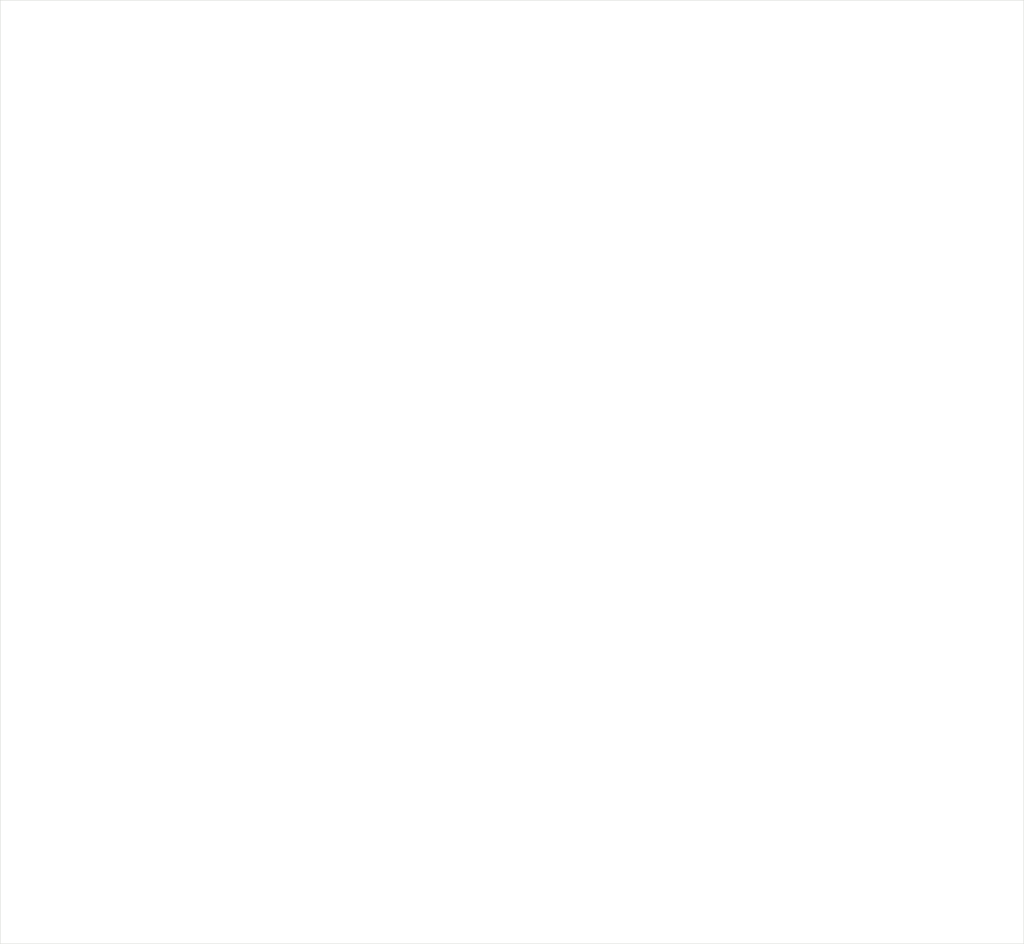
<source format=kicad_pcb>
(kicad_pcb (version 20221018) (generator pcbnew)

  (general
    (thickness 1.6)
  )

  (paper "D")
  (layers
    (0 "F.Cu" signal)
    (31 "B.Cu" signal)
    (32 "B.Adhes" user "B.Adhesive")
    (33 "F.Adhes" user "F.Adhesive")
    (34 "B.Paste" user)
    (35 "F.Paste" user)
    (36 "B.SilkS" user "B.Silkscreen")
    (37 "F.SilkS" user "F.Silkscreen")
    (38 "B.Mask" user)
    (39 "F.Mask" user)
    (40 "Dwgs.User" user "User.Drawings")
    (41 "Cmts.User" user "User.Comments")
    (42 "Eco1.User" user "User.Eco1")
    (43 "Eco2.User" user "User.Eco2")
    (44 "Edge.Cuts" user)
    (45 "Margin" user)
    (46 "B.CrtYd" user "B.Courtyard")
    (47 "F.CrtYd" user "F.Courtyard")
    (48 "B.Fab" user)
    (49 "F.Fab" user)
    (50 "User.1" user)
    (51 "User.2" user)
    (52 "User.3" user)
    (53 "User.4" user)
    (54 "User.5" user)
    (55 "User.6" user)
    (56 "User.7" user)
    (57 "User.8" user)
    (58 "User.9" user)
  )

  (setup
    (pad_to_mask_clearance 0)
    (pcbplotparams
      (layerselection 0x00010fc_ffffffff)
      (plot_on_all_layers_selection 0x0000000_00000000)
      (disableapertmacros false)
      (usegerberextensions false)
      (usegerberattributes true)
      (usegerberadvancedattributes true)
      (creategerberjobfile true)
      (dashed_line_dash_ratio 12.000000)
      (dashed_line_gap_ratio 3.000000)
      (svgprecision 4)
      (plotframeref false)
      (viasonmask false)
      (mode 1)
      (useauxorigin false)
      (hpglpennumber 1)
      (hpglpenspeed 20)
      (hpglpendiameter 15.000000)
      (dxfpolygonmode true)
      (dxfimperialunits true)
      (dxfusepcbnewfont true)
      (psnegative false)
      (psa4output false)
      (plotreference true)
      (plotvalue true)
      (plotinvisibletext false)
      (sketchpadsonfab false)
      (subtractmaskfromsilk false)
      (outputformat 1)
      (mirror false)
      (drillshape 1)
      (scaleselection 1)
      (outputdirectory "")
    )
  )

  (net 0 "")

  (gr_rect (start 76.2 76.2) (end 533.4 497.84)
    (stroke (width 0.2) (type default)) (fill none) (layer "Edge.Cuts") (tstamp c0109797-27e6-48e7-b5c7-c86866bacf0a))

)

</source>
